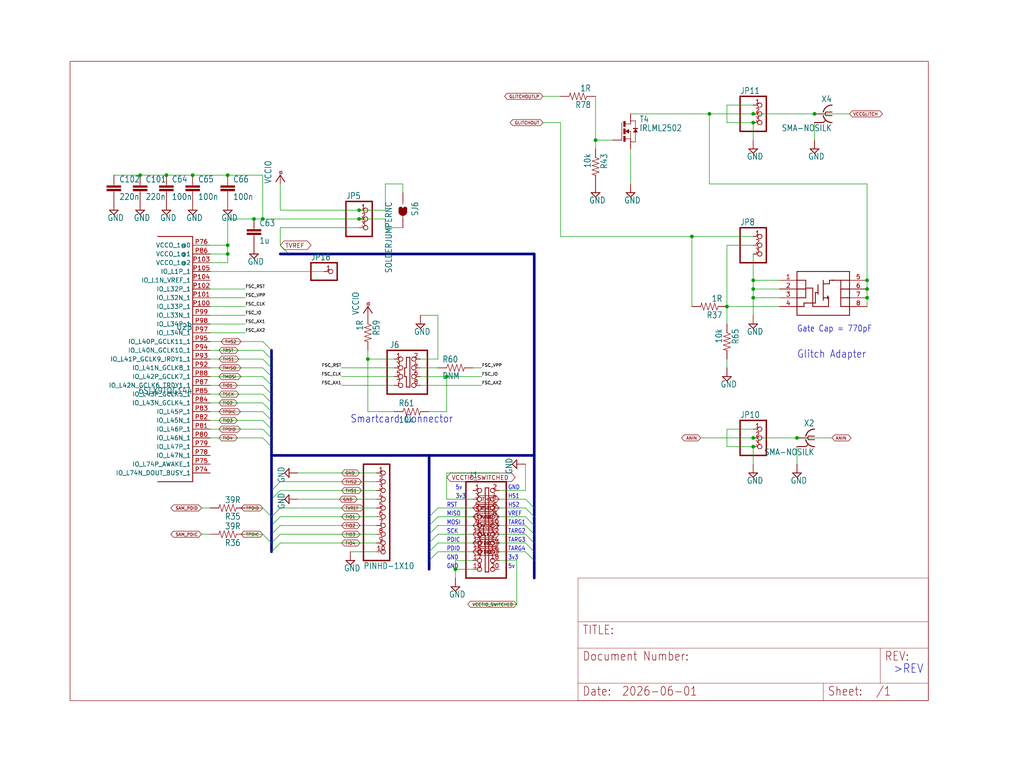
<source format=kicad_sch>
(kicad_sch (version 20230121) (generator eeschema)
  (paper "User" 297.002 223.571)
  (junction (at 66.04 71.12))
  (junction (at 218.44 86.36))
  (junction (at 66.04 73.66))
  (junction (at 76.2 63.5))
  (junction (at 55.88 50.8))
  (junction (at 218.44 83.82))
  (junction (at 40.64 50.8))
  (junction (at 172.72 40.64))
  (junction (at 129.54 109.22))
  (junction (at 73.66 63.5))
  (junction (at 218.44 129.54))
  (junction (at 218.44 127))
  (junction (at 205.74 33.02))
  (junction (at 104.14 60.96))
  (junction (at 231.14 127))
  (junction (at 236.22 33.02))
  (junction (at 210.82 88.9))
  (junction (at 200.66 68.58))
  (junction (at 251.46 83.82))
  (junction (at 106.68 104.14))
  (junction (at 48.26 50.8))
  (junction (at 104.14 63.5))
  (junction (at 218.44 35.56))
  (junction (at 251.46 81.28))
  (junction (at 251.46 86.36))
  (junction (at 218.44 81.28))
  (junction (at 66.04 50.8))
  (junction (at 218.44 33.02))
  (junction (at 132.08 165.1))
  (bus_entry (at 76.2 154.94) (size 2.54 2.54))
  (bus_entry (at 152.4 152.4) (size 2.54 2.54))
  (bus_entry (at 76.2 106.68) (size 2.54 2.54))
  (bus_entry (at 81.28 152.4) (size -2.54 2.54))
  (bus_entry (at 152.4 149.86) (size 2.54 2.54))
  (bus_entry (at 76.2 99.06) (size 2.54 2.54))
  (bus_entry (at 81.28 139.7) (size -2.54 2.54))
  (bus_entry (at 152.4 157.48) (size 2.54 2.54))
  (bus_entry (at 76.2 147.32) (size 2.54 2.54))
  (bus_entry (at 76.2 104.14) (size 2.54 2.54))
  (bus_entry (at 152.4 154.94) (size 2.54 2.54))
  (bus_entry (at 76.2 119.38) (size 2.54 2.54))
  (bus_entry (at 127 157.48) (size -2.54 2.54))
  (bus_entry (at 127 154.94) (size -2.54 2.54))
  (bus_entry (at 127 160.02) (size -2.54 2.54))
  (bus_entry (at 127 149.86) (size -2.54 2.54))
  (bus_entry (at 76.2 114.3) (size 2.54 2.54))
  (bus_entry (at 127 147.32) (size -2.54 2.54))
  (bus_entry (at 76.2 111.76) (size 2.54 2.54))
  (bus_entry (at 152.4 147.32) (size 2.54 2.54))
  (bus_entry (at 81.28 154.94) (size -2.54 2.54))
  (bus_entry (at 76.2 127) (size 2.54 2.54))
  (bus_entry (at 152.4 144.78) (size 2.54 2.54))
  (bus_entry (at 76.2 121.92) (size 2.54 2.54))
  (bus_entry (at 76.2 124.46) (size 2.54 2.54))
  (bus_entry (at 81.28 142.24) (size -2.54 2.54))
  (bus_entry (at 76.2 101.6) (size 2.54 2.54))
  (bus_entry (at 81.28 147.32) (size -2.54 2.54))
  (bus_entry (at 76.2 116.84) (size 2.54 2.54))
  (bus_entry (at 127 152.4) (size -2.54 2.54))
  (bus_entry (at 81.28 157.48) (size -2.54 2.54))
  (bus_entry (at 152.4 160.02) (size 2.54 2.54))
  (bus_entry (at 81.28 71.12) (size 2.54 2.54))
  (bus_entry (at 76.2 109.22) (size 2.54 2.54))
  (bus_entry (at 81.28 149.86) (size -2.54 2.54))
  (wire (pts (xy 60.96 71.12) (xy 66.04 71.12)) (stroke (width 0.1524)))
  (wire (pts (xy 104.14 63.5) (xy 111.76 63.5)) (stroke (width 0.1524)))
  (wire (pts (xy 109.22 142.24) (xy 81.28 142.24)) (stroke (width 0.1524)))
  (wire (pts (xy 137.16 152.4) (xy 127 152.4)) (stroke (width 0.1524)))
  (wire (pts (xy 231.14 134.62) (xy 231.14 129.54)) (stroke (width 0.1524)))
  (wire (pts (xy 66.04 73.66) (xy 60.96 73.66)) (stroke (width 0.1524)))
  (wire (pts (xy 236.22 33.02) (xy 218.44 33.02)) (stroke (width 0.1524)))
  (wire (pts (xy 60.96 83.82) (xy 71.12 83.82)) (stroke (width 0.1524)))
  (wire (pts (xy 205.74 33.02) (xy 205.74 53.34)) (stroke (width 0.1524)))
  (wire (pts (xy 129.54 119.38) (xy 124.46 119.38)) (stroke (width 0.1524)))
  (wire (pts (xy 149.86 175.26) (xy 137.16 175.26)) (stroke (width 0.1524)))
  (wire (pts (xy 129.54 137.16) (xy 144.78 137.16)) (stroke (width 0.1524)))
  (wire (pts (xy 114.3 106.68) (xy 99.06 106.68)) (stroke (width 0.1524)))
  (bus (pts (xy 124.46 160.02) (xy 124.46 162.56)) (stroke (width 0.762)))
  (bus (pts (xy 78.74 129.54) (xy 78.74 127)) (stroke (width 0.762)))
  (wire (pts (xy 137.16 147.32) (xy 127 147.32)) (stroke (width 0.1524)))
  (wire (pts (xy 109.22 139.7) (xy 81.28 139.7)) (stroke (width 0.1524)))
  (wire (pts (xy 109.22 152.4) (xy 81.28 152.4)) (stroke (width 0.1524)))
  (bus (pts (xy 154.94 162.56) (xy 154.94 160.02)) (stroke (width 0.762)))
  (wire (pts (xy 144.78 154.94) (xy 152.4 154.94)) (stroke (width 0.1524)))
  (wire (pts (xy 226.06 86.36) (xy 218.44 86.36)) (stroke (width 0.1524)))
  (wire (pts (xy 137.16 157.48) (xy 127 157.48)) (stroke (width 0.1524)))
  (wire (pts (xy 144.78 162.56) (xy 149.86 162.56)) (stroke (width 0.1524)))
  (bus (pts (xy 154.94 152.4) (xy 154.94 149.86)) (stroke (width 0.762)))
  (wire (pts (xy 218.44 30.48) (xy 210.82 30.48)) (stroke (width 0.1524)))
  (wire (pts (xy 231.14 127) (xy 241.3 127)) (stroke (width 0.1524)))
  (wire (pts (xy 218.44 73.66) (xy 218.44 81.28)) (stroke (width 0.1524)))
  (wire (pts (xy 104.14 60.96) (xy 81.28 60.96)) (stroke (width 0.1524)))
  (wire (pts (xy 60.96 93.98) (xy 71.12 93.98)) (stroke (width 0.1524)))
  (wire (pts (xy 66.04 63.5) (xy 66.04 71.12)) (stroke (width 0.1524)))
  (wire (pts (xy 127 104.14) (xy 127 91.44)) (stroke (width 0.1524)))
  (bus (pts (xy 78.74 144.78) (xy 78.74 142.24)) (stroke (width 0.762)))
  (wire (pts (xy 137.16 162.56) (xy 132.08 162.56)) (stroke (width 0.1524)))
  (bus (pts (xy 78.74 152.4) (xy 78.74 149.86)) (stroke (width 0.762)))
  (wire (pts (xy 218.44 129.54) (xy 210.82 129.54)) (stroke (width 0.1524)))
  (wire (pts (xy 251.46 81.28) (xy 251.46 83.82)) (stroke (width 0.1524)))
  (wire (pts (xy 144.78 152.4) (xy 152.4 152.4)) (stroke (width 0.1524)))
  (bus (pts (xy 154.94 160.02) (xy 154.94 157.48)) (stroke (width 0.762)))
  (wire (pts (xy 60.96 124.46) (xy 76.2 124.46)) (stroke (width 0.1524)))
  (bus (pts (xy 124.46 149.86) (xy 124.46 152.4)) (stroke (width 0.762)))
  (wire (pts (xy 121.92 111.76) (xy 139.7 111.76)) (stroke (width 0.1524)))
  (wire (pts (xy 137.16 144.78) (xy 129.54 144.78)) (stroke (width 0.1524)))
  (bus (pts (xy 78.74 127) (xy 78.74 124.46)) (stroke (width 0.762)))
  (wire (pts (xy 111.76 60.96) (xy 111.76 53.34)) (stroke (width 0.1524)))
  (wire (pts (xy 60.96 78.74) (xy 93.98 78.74)) (stroke (width 0.1524)))
  (bus (pts (xy 154.94 167.64) (xy 154.94 162.56)) (stroke (width 0.762)))
  (wire (pts (xy 121.92 109.22) (xy 129.54 109.22)) (stroke (width 0.1524)))
  (wire (pts (xy 66.04 50.8) (xy 76.2 50.8)) (stroke (width 0.1524)))
  (bus (pts (xy 154.94 149.86) (xy 154.94 147.32)) (stroke (width 0.762)))
  (wire (pts (xy 210.82 35.56) (xy 210.82 30.48)) (stroke (width 0.1524)))
  (wire (pts (xy 109.22 137.16) (xy 86.36 137.16)) (stroke (width 0.1524)))
  (wire (pts (xy 60.96 109.22) (xy 76.2 109.22)) (stroke (width 0.1524)))
  (wire (pts (xy 149.86 162.56) (xy 149.86 175.26)) (stroke (width 0.1524)))
  (wire (pts (xy 71.12 147.32) (xy 76.2 147.32)) (stroke (width 0.1524)))
  (wire (pts (xy 231.14 127) (xy 218.44 127)) (stroke (width 0.1524)))
  (wire (pts (xy 218.44 86.36) (xy 218.44 91.44)) (stroke (width 0.1524)))
  (wire (pts (xy 218.44 83.82) (xy 218.44 86.36)) (stroke (width 0.1524)))
  (wire (pts (xy 109.22 144.78) (xy 86.36 144.78)) (stroke (width 0.1524)))
  (wire (pts (xy 137.16 106.68) (xy 139.7 106.68)) (stroke (width 0.1524)))
  (bus (pts (xy 78.74 142.24) (xy 78.74 132.08)) (stroke (width 0.762)))
  (wire (pts (xy 109.22 147.32) (xy 81.28 147.32)) (stroke (width 0.1524)))
  (wire (pts (xy 205.74 53.34) (xy 251.46 53.34)) (stroke (width 0.1524)))
  (bus (pts (xy 78.74 160.02) (xy 78.74 157.48)) (stroke (width 0.762)))
  (wire (pts (xy 162.56 27.94) (xy 157.48 27.94)) (stroke (width 0.1524)))
  (bus (pts (xy 83.82 73.66) (xy 154.94 73.66)) (stroke (width 0.762)))
  (wire (pts (xy 172.72 27.94) (xy 172.72 40.64)) (stroke (width 0.1524)))
  (bus (pts (xy 154.94 154.94) (xy 154.94 152.4)) (stroke (width 0.762)))
  (wire (pts (xy 81.28 60.96) (xy 81.28 53.34)) (stroke (width 0.1524)))
  (wire (pts (xy 177.8 40.64) (xy 172.72 40.64)) (stroke (width 0.1524)))
  (wire (pts (xy 66.04 71.12) (xy 66.04 73.66)) (stroke (width 0.1524)))
  (wire (pts (xy 129.54 109.22) (xy 139.7 109.22)) (stroke (width 0.1524)))
  (bus (pts (xy 124.46 132.08) (xy 78.74 132.08)) (stroke (width 0.762)))
  (wire (pts (xy 144.78 157.48) (xy 152.4 157.48)) (stroke (width 0.1524)))
  (wire (pts (xy 48.26 50.8) (xy 55.88 50.8)) (stroke (width 0.1524)))
  (wire (pts (xy 60.96 119.38) (xy 76.2 119.38)) (stroke (width 0.1524)))
  (bus (pts (xy 154.94 157.48) (xy 154.94 154.94)) (stroke (width 0.762)))
  (wire (pts (xy 182.88 43.18) (xy 182.88 53.34)) (stroke (width 0.1524)))
  (wire (pts (xy 60.96 121.92) (xy 76.2 121.92)) (stroke (width 0.1524)))
  (wire (pts (xy 60.96 96.52) (xy 71.12 96.52)) (stroke (width 0.1524)))
  (bus (pts (xy 124.46 132.08) (xy 124.46 149.86)) (stroke (width 0.762)))
  (wire (pts (xy 111.76 53.34) (xy 116.84 53.34)) (stroke (width 0.1524)))
  (wire (pts (xy 226.06 88.9) (xy 210.82 88.9)) (stroke (width 0.1524)))
  (wire (pts (xy 60.96 101.6) (xy 76.2 101.6)) (stroke (width 0.1524)))
  (bus (pts (xy 78.74 106.68) (xy 78.74 104.14)) (stroke (width 0.762)))
  (wire (pts (xy 66.04 76.2) (xy 66.04 73.66)) (stroke (width 0.1524)))
  (wire (pts (xy 144.78 160.02) (xy 152.4 160.02)) (stroke (width 0.1524)))
  (wire (pts (xy 137.16 149.86) (xy 127 149.86)) (stroke (width 0.1524)))
  (wire (pts (xy 104.14 63.5) (xy 76.2 63.5)) (stroke (width 0.1524)))
  (bus (pts (xy 78.74 111.76) (xy 78.74 109.22)) (stroke (width 0.762)))
  (wire (pts (xy 129.54 144.78) (xy 129.54 137.16)) (stroke (width 0.1524)))
  (bus (pts (xy 78.74 104.14) (xy 78.74 101.6)) (stroke (width 0.762)))
  (wire (pts (xy 251.46 53.34) (xy 251.46 81.28)) (stroke (width 0.1524)))
  (wire (pts (xy 251.46 86.36) (xy 251.46 83.82)) (stroke (width 0.1524)))
  (wire (pts (xy 114.3 109.22) (xy 99.06 109.22)) (stroke (width 0.1524)))
  (wire (pts (xy 129.54 109.22) (xy 129.54 119.38)) (stroke (width 0.1524)))
  (wire (pts (xy 60.96 76.2) (xy 66.04 76.2)) (stroke (width 0.1524)))
  (wire (pts (xy 60.96 99.06) (xy 76.2 99.06)) (stroke (width 0.1524)))
  (wire (pts (xy 132.08 165.1) (xy 132.08 167.64)) (stroke (width 0.1524)))
  (bus (pts (xy 78.74 114.3) (xy 78.74 111.76)) (stroke (width 0.762)))
  (wire (pts (xy 200.66 68.58) (xy 162.56 68.58)) (stroke (width 0.1524)))
  (wire (pts (xy 200.66 88.9) (xy 200.66 68.58)) (stroke (width 0.1524)))
  (wire (pts (xy 55.88 50.8) (xy 66.04 50.8)) (stroke (width 0.1524)))
  (wire (pts (xy 109.22 160.02) (xy 101.6 160.02)) (stroke (width 0.1524)))
  (wire (pts (xy 114.3 119.38) (xy 106.68 119.38)) (stroke (width 0.1524)))
  (bus (pts (xy 78.74 116.84) (xy 78.74 114.3)) (stroke (width 0.762)))
  (wire (pts (xy 73.66 63.5) (xy 66.04 63.5)) (stroke (width 0.1524)))
  (wire (pts (xy 109.22 154.94) (xy 81.28 154.94)) (stroke (width 0.1524)))
  (wire (pts (xy 132.08 162.56) (xy 132.08 165.1)) (stroke (width 0.1524)))
  (wire (pts (xy 114.3 111.76) (xy 99.06 111.76)) (stroke (width 0.1524)))
  (bus (pts (xy 154.94 132.08) (xy 154.94 73.66)) (stroke (width 0.762)))
  (wire (pts (xy 60.96 106.68) (xy 76.2 106.68)) (stroke (width 0.1524)))
  (wire (pts (xy 144.78 147.32) (xy 152.4 147.32)) (stroke (width 0.1524)))
  (wire (pts (xy 218.44 40.64) (xy 218.44 35.56)) (stroke (width 0.1524)))
  (wire (pts (xy 218.44 33.02) (xy 205.74 33.02)) (stroke (width 0.1524)))
  (wire (pts (xy 60.96 91.44) (xy 71.12 91.44)) (stroke (width 0.1524)))
  (wire (pts (xy 218.44 129.54) (xy 218.44 134.62)) (stroke (width 0.1524)))
  (wire (pts (xy 152.4 142.24) (xy 152.4 134.62)) (stroke (width 0.1524)))
  (wire (pts (xy 60.96 86.36) (xy 71.12 86.36)) (stroke (width 0.1524)))
  (wire (pts (xy 111.76 66.04) (xy 116.84 66.04)) (stroke (width 0.1524)))
  (bus (pts (xy 154.94 132.08) (xy 124.46 132.08)) (stroke (width 0.762)))
  (wire (pts (xy 218.44 71.12) (xy 210.82 71.12)) (stroke (width 0.1524)))
  (wire (pts (xy 205.74 33.02) (xy 182.88 33.02)) (stroke (width 0.1524)))
  (wire (pts (xy 137.16 154.94) (xy 127 154.94)) (stroke (width 0.1524)))
  (wire (pts (xy 40.64 50.8) (xy 33.02 50.8)) (stroke (width 0.1524)))
  (wire (pts (xy 236.22 33.02) (xy 246.38 33.02)) (stroke (width 0.1524)))
  (wire (pts (xy 127 91.44) (xy 121.92 91.44)) (stroke (width 0.1524)))
  (wire (pts (xy 48.26 50.8) (xy 40.64 50.8)) (stroke (width 0.1524)))
  (bus (pts (xy 124.46 157.48) (xy 124.46 160.02)) (stroke (width 0.762)))
  (bus (pts (xy 124.46 154.94) (xy 124.46 157.48)) (stroke (width 0.762)))
  (bus (pts (xy 78.74 154.94) (xy 78.74 152.4)) (stroke (width 0.762)))
  (wire (pts (xy 172.72 40.64) (xy 172.72 43.18)) (stroke (width 0.1524)))
  (wire (pts (xy 109.22 149.86) (xy 81.28 149.86)) (stroke (width 0.1524)))
  (wire (pts (xy 137.16 160.02) (xy 127 160.02)) (stroke (width 0.1524)))
  (bus (pts (xy 124.46 152.4) (xy 124.46 154.94)) (stroke (width 0.762)))
  (bus (pts (xy 78.74 157.48) (xy 78.74 154.94)) (stroke (width 0.762)))
  (wire (pts (xy 144.78 142.24) (xy 152.4 142.24)) (stroke (width 0.1524)))
  (wire (pts (xy 116.84 55.88) (xy 116.84 53.34)) (stroke (width 0.1524)))
  (wire (pts (xy 60.96 104.14) (xy 76.2 104.14)) (stroke (width 0.1524)))
  (wire (pts (xy 76.2 50.8) (xy 76.2 63.5)) (stroke (width 0.1524)))
  (wire (pts (xy 60.96 147.32) (xy 58.42 147.32)) (stroke (width 0.1524)))
  (wire (pts (xy 226.06 83.82) (xy 218.44 83.82)) (stroke (width 0.1524)))
  (wire (pts (xy 60.96 154.94) (xy 58.42 154.94)) (stroke (width 0.1524)))
  (wire (pts (xy 60.96 127) (xy 76.2 127)) (stroke (width 0.1524)))
  (bus (pts (xy 78.74 121.92) (xy 78.74 119.38)) (stroke (width 0.762)))
  (wire (pts (xy 218.44 35.56) (xy 210.82 35.56)) (stroke (width 0.1524)))
  (wire (pts (xy 60.96 88.9) (xy 71.12 88.9)) (stroke (width 0.1524)))
  (wire (pts (xy 106.68 104.14) (xy 106.68 101.6)) (stroke (width 0.1524)))
  (wire (pts (xy 162.56 35.56) (xy 157.48 35.56)) (stroke (width 0.1524)))
  (bus (pts (xy 81.28 73.66) (xy 83.82 73.66)) (stroke (width 0.762)))
  (wire (pts (xy 104.14 60.96) (xy 111.76 60.96)) (stroke (width 0.1524)))
  (wire (pts (xy 236.22 35.56) (xy 236.22 40.64)) (stroke (width 0.1524)))
  (bus (pts (xy 78.74 149.86) (xy 78.74 144.78)) (stroke (width 0.762)))
  (wire (pts (xy 60.96 116.84) (xy 76.2 116.84)) (stroke (width 0.1524)))
  (wire (pts (xy 71.12 154.94) (xy 76.2 154.94)) (stroke (width 0.1524)))
  (wire (pts (xy 121.92 104.14) (xy 127 104.14)) (stroke (width 0.1524)))
  (wire (pts (xy 111.76 63.5) (xy 111.76 66.04)) (stroke (width 0.1524)))
  (bus (pts (xy 154.94 147.32) (xy 154.94 132.08)) (stroke (width 0.762)))
  (bus (pts (xy 78.74 109.22) (xy 78.74 106.68)) (stroke (width 0.762)))
  (bus (pts (xy 78.74 119.38) (xy 78.74 116.84)) (stroke (width 0.762)))
  (bus (pts (xy 78.74 132.08) (xy 78.74 129.54)) (stroke (width 0.762)))
  (wire (pts (xy 60.96 114.3) (xy 76.2 114.3)) (stroke (width 0.1524)))
  (wire (pts (xy 114.3 104.14) (xy 106.68 104.14)) (stroke (width 0.1524)))
  (wire (pts (xy 218.44 68.58) (xy 200.66 68.58)) (stroke (width 0.1524)))
  (wire (pts (xy 162.56 68.58) (xy 162.56 35.56)) (stroke (width 0.1524)))
  (wire (pts (xy 81.28 66.04) (xy 81.28 71.12)) (stroke (width 0.1524)))
  (wire (pts (xy 60.96 111.76) (xy 76.2 111.76)) (stroke (width 0.1524)))
  (wire (pts (xy 251.46 88.9) (xy 251.46 86.36)) (stroke (width 0.1524)))
  (wire (pts (xy 210.82 104.14) (xy 210.82 106.68)) (stroke (width 0.1524)))
  (wire (pts (xy 144.78 144.78) (xy 152.4 144.78)) (stroke (width 0.1524)))
  (wire (pts (xy 106.68 119.38) (xy 106.68 104.14)) (stroke (width 0.1524)))
  (wire (pts (xy 76.2 63.5) (xy 73.66 63.5)) (stroke (width 0.1524)))
  (wire (pts (xy 218.44 81.28) (xy 218.44 83.82)) (stroke (width 0.1524)))
  (wire (pts (xy 109.22 157.48) (xy 81.28 157.48)) (stroke (width 0.1524)))
  (wire (pts (xy 137.16 165.1) (xy 132.08 165.1)) (stroke (width 0.1524)))
  (wire (pts (xy 104.14 66.04) (xy 81.28 66.04)) (stroke (width 0.1524)))
  (bus (pts (xy 124.46 162.56) (xy 124.46 165.1)) (stroke (width 0.762)))
  (wire (pts (xy 144.78 149.86) (xy 152.4 149.86)) (stroke (width 0.1524)))
  (wire (pts (xy 210.82 124.46) (xy 218.44 124.46)) (stroke (width 0.1524)))
  (wire (pts (xy 210.82 129.54) (xy 210.82 124.46)) (stroke (width 0.1524)))
  (wire (pts (xy 121.92 106.68) (xy 127 106.68)) (stroke (width 0.1524)))
  (wire (pts (xy 210.82 71.12) (xy 210.82 88.9)) (stroke (width 0.1524)))
  (wire (pts (xy 210.82 88.9) (xy 210.82 93.98)) (stroke (width 0.1524)))
  (wire (pts (xy 226.06 81.28) (xy 218.44 81.28)) (stroke (width 0.1524)))
  (wire (pts (xy 218.44 127) (xy 203.2 127)) (stroke (width 0.1524)))
  (bus (pts (xy 78.74 124.46) (xy 78.74 121.92)) (stroke (width 0.762)))
  (text "3v3" (at 147.32 162.56 0) (effects (font (size 1.27 1.0795)) (justify left bottom)))
  (text "Glitch Adapter" (at 231.14 104.14 0) (effects (font (size 2.1844 1.8567)) (justify left bottom)))
  (text "VREF" (at 147.32 149.86 0) (effects (font (size 1.27 1.0795)) (justify left bottom)))
  (text "5v" (at 132.08 142.24 0) (effects (font (size 1.27 1.0795)) (justify left bottom)))
  (text "PDID" (at 129.54 160.02 0) (effects (font (size 1.27 1.0795)) (justify left bottom)))
  (text "RST" (at 129.54 147.32 0) (effects (font (size 1.27 1.0795)) (justify left bottom)))
  (text "5v" (at 147.32 165.1 0) (effects (font (size 1.27 1.0795)) (justify left bottom)))
  (text ">REV" (at 259.08 195.58 0) (effects (font (size 2.54 2.159)) (justify left bottom)))
  (text "SCK" (at 129.54 154.94 0) (effects (font (size 1.27 1.0795)) (justify left bottom)))
  (text "HS1" (at 147.32 144.78 0) (effects (font (size 1.27 1.0795)) (justify left bottom)))
  (text "Smartcard Connector" (at 101.6 122.936 0) (effects (font (size 2.1844 1.8567)) (justify left bottom)))
  (text "TARG1" (at 147.32 152.4 0) (effects (font (size 1.27 1.0795)) (justify left bottom)))
  (text "MOSI" (at 129.54 152.4 0) (effects (font (size 1.27 1.0795)) (justify left bottom)))
  (text "3v3" (at 132.08 144.78 0) (effects (font (size 1.27 1.0795)) (justify left bottom)))
  (text "Gate Cap = 770pF" (at 231.14 96.52 0) (effects (font (size 1.778 1.5113)) (justify left bottom)))
  (text "GND" (at 147.32 142.24 0) (effects (font (size 1.27 1.0795)) (justify left bottom)))
  (text "TARG2" (at 147.32 154.94 0) (effects (font (size 1.27 1.0795)) (justify left bottom)))
  (text "GND" (at 129.54 162.56 0) (effects (font (size 1.27 1.0795)) (justify left bottom)))
  (text "TARG3" (at 147.32 157.48 0) (effects (font (size 1.27 1.0795)) (justify left bottom)))
  (text "MISO" (at 129.54 149.86 0) (effects (font (size 1.27 1.0795)) (justify left bottom)))
  (text "HS2" (at 147.32 147.32 0) (effects (font (size 1.27 1.0795)) (justify left bottom)))
  (text "PDIC" (at 129.54 157.48 0) (effects (font (size 1.27 1.0795)) (justify left bottom)))
  (text "TARG4" (at 147.32 160.02 0) (effects (font (size 1.27 1.0795)) (justify left bottom)))
  (text "GND" (at 129.54 165.1 0) (effects (font (size 1.27 1.0795)) (justify left bottom)))
  (label "FSC_AX1" (at 71.12 93.98 0) (effects (font (size 0.889 0.889))))
  (label "FSC_AX2" (at 139.7 111.76 0) (effects (font (size 0.889 0.889))))
  (label "FSC_IO" (at 139.7 109.22 0) (effects (font (size 0.889 0.889))))
  (label "FSC_VPP" (at 71.12 86.36 0) (effects (font (size 0.889 0.889))))
  (label "FSC_CLK" (at 71.12 88.9 0) (effects (font (size 0.889 0.889))))
  (label "FSC_IO" (at 71.12 91.44 0) (effects (font (size 0.889 0.889))))
  (label "FSC_AX2" (at 71.12 96.52 0) (effects (font (size 0.889 0.889))))
  (label "FSC_RST" (at 71.12 83.82 0) (effects (font (size 0.889 0.889))))
  (label "FSC_CLK" (at 99.06 109.22 180) (effects (font (size 0.889 0.889))))
  (label "FSC_VPP" (at 139.7 106.68 0) (effects (font (size 0.889 0.889))))
  (label "FSC_AX1" (at 99.06 111.76 180) (effects (font (size 0.889 0.889))))
  (label "FSC_RST" (at 99.06 106.68 180) (effects (font (size 0.889 0.889))))
  (global_label "TVREF" (shape bidirectional) (at 81.28 71.12 0) (effects (font (size 1.2446 1.2446))) (property "Intersheetrefs" "${INTERSHEET_REFS}" (effects hide)))
  (global_label "TRST" (shape bidirectional) (at 63.5 101.6 0) (effects (font (size 0.889 0.889))) (property "Intersheetrefs" "${INTERSHEET_REFS}" (effects hide)))
  (global_label "THS1" (shape bidirectional) (at 144.78 144.78 180) (effects (font (size 1.016 1.016))) (property "Intersheetrefs" "${INTERSHEET_REFS}" (effects hide)))
  (global_label "SAM_PDIC" (shape bidirectional) (at 58.42 154.94 180) (effects (font (size 0.889 0.889))) (property "Intersheetrefs" "${INTERSHEET_REFS}" (effects hide)))
  (global_label "TMOSI" (shape bidirectional) (at 137.16 152.4 0) (effects (font (size 1.016 1.016))) (property "Intersheetrefs" "${INTERSHEET_REFS}" (effects hide)))
  (global_label "TIO1" (shape bidirectional) (at 63.5 111.76 0) (effects (font (size 0.889 0.889))) (property "Intersheetrefs" "${INTERSHEET_REFS}" (effects hide)))
  (global_label "TPDIC" (shape bidirectional) (at 76.2 154.94 180) (effects (font (size 0.889 0.889))) (property "Intersheetrefs" "${INTERSHEET_REFS}" (effects hide)))
  (global_label "TPDID" (shape bidirectional) (at 63.5 124.46 0) (effects (font (size 0.889 0.889))) (property "Intersheetrefs" "${INTERSHEET_REFS}" (effects hide)))
  (global_label "TIO2" (shape bidirectional) (at 99.06 152.4 0) (effects (font (size 0.889 0.889))) (property "Intersheetrefs" "${INTERSHEET_REFS}" (effects hide)))
  (global_label "TIO3" (shape bidirectional) (at 99.06 154.94 0) (effects (font (size 0.889 0.889))) (property "Intersheetrefs" "${INTERSHEET_REFS}" (effects hide)))
  (global_label "THS1" (shape bidirectional) (at 99.06 142.24 0) (effects (font (size 0.889 0.889))) (property "Intersheetrefs" "${INTERSHEET_REFS}" (effects hide)))
  (global_label "TIO4" (shape bidirectional) (at 63.5 127 0) (effects (font (size 0.889 0.889))) (property "Intersheetrefs" "${INTERSHEET_REFS}" (effects hide)))
  (global_label "TIO4" (shape bidirectional) (at 144.78 160.02 180) (effects (font (size 1.016 1.016))) (property "Intersheetrefs" "${INTERSHEET_REFS}" (effects hide)))
  (global_label "TIO2" (shape bidirectional) (at 144.78 154.94 180) (effects (font (size 1.016 1.016))) (property "Intersheetrefs" "${INTERSHEET_REFS}" (effects hide)))
  (global_label "TPDID" (shape bidirectional) (at 76.2 147.32 180) (effects (font (size 0.889 0.889))) (property "Intersheetrefs" "${INTERSHEET_REFS}" (effects hide)))
  (global_label "TSCK" (shape bidirectional) (at 137.16 154.94 0) (effects (font (size 1.016 1.016))) (property "Intersheetrefs" "${INTERSHEET_REFS}" (effects hide)))
  (global_label "GLITCHOUT" (shape bidirectional) (at 157.48 35.56 180) (effects (font (size 0.889 0.889))) (property "Intersheetrefs" "${INTERSHEET_REFS}" (effects hide)))
  (global_label "ANIN" (shape bidirectional) (at 241.3 127 0) (effects (font (size 0.889 0.889))) (property "Intersheetrefs" "${INTERSHEET_REFS}" (effects hide)))
  (global_label "TPDIC" (shape bidirectional) (at 137.16 157.48 0) (effects (font (size 1.016 1.016))) (property "Intersheetrefs" "${INTERSHEET_REFS}" (effects hide)))
  (global_label "VCCTIO_SWITCHED" (shape bidirectional) (at 149.86 175.26 180) (effects (font (size 0.889 0.889))) (property "Intersheetrefs" "${INTERSHEET_REFS}" (effects hide)))
  (global_label "TSCK" (shape bidirectional) (at 63.5 114.3 0) (effects (font (size 0.889 0.889))) (property "Intersheetrefs" "${INTERSHEET_REFS}" (effects hide)))
  (global_label "VCCGLITCH" (shape bidirectional) (at 246.38 33.02 0) (effects (font (size 0.889 0.889))) (property "Intersheetrefs" "${INTERSHEET_REFS}" (effects hide)))
  (global_label "THS2" (shape bidirectional) (at 99.06 139.7 0) (effects (font (size 0.889 0.889))) (property "Intersheetrefs" "${INTERSHEET_REFS}" (effects hide)))
  (global_label "SAM_PDID" (shape bidirectional) (at 58.42 147.32 180) (effects (font (size 0.889 0.889))) (property "Intersheetrefs" "${INTERSHEET_REFS}" (effects hide)))
  (global_label "TPDID" (shape bidirectional) (at 137.16 160.02 0) (effects (font (size 1.016 1.016))) (property "Intersheetrefs" "${INTERSHEET_REFS}" (effects hide)))
  (global_label "TIO2" (shape bidirectional) (at 63.5 116.84 0) (effects (font (size 0.889 0.889))) (property "Intersheetrefs" "${INTERSHEET_REFS}" (effects hide)))
  (global_label "VCCTIO_SWITCHED" (shape bidirectional) (at 129.54 138.43 0) (effects (font (size 1.2446 1.2446))) (property "Intersheetrefs" "${INTERSHEET_REFS}" (effects hide)))
  (global_label "THS1" (shape bidirectional) (at 63.5 104.14 0) (effects (font (size 0.889 0.889))) (property "Intersheetrefs" "${INTERSHEET_REFS}" (effects hide)))
  (global_label "GLITCHOUTLP" (shape bidirectional) (at 157.48 27.94 180) (effects (font (size 0.889 0.889))) (property "Intersheetrefs" "${INTERSHEET_REFS}" (effects hide)))
  (global_label "TRST" (shape bidirectional) (at 137.16 147.32 0) (effects (font (size 1.016 1.016))) (property "Intersheetrefs" "${INTERSHEET_REFS}" (effects hide)))
  (global_label "TIO1" (shape bidirectional) (at 99.06 149.86 0) (effects (font (size 0.889 0.889))) (property "Intersheetrefs" "${INTERSHEET_REFS}" (effects hide)))
  (global_label "TPDIC" (shape bidirectional) (at 63.5 119.38 0) (effects (font (size 0.889 0.889))) (property "Intersheetrefs" "${INTERSHEET_REFS}" (effects hide)))
  (global_label "TIO1" (shape bidirectional) (at 144.78 152.4 180) (effects (font (size 1.016 1.016))) (property "Intersheetrefs" "${INTERSHEET_REFS}" (effects hide)))
  (global_label "TIO4" (shape bidirectional) (at 99.06 157.48 0) (effects (font (size 0.889 0.889))) (property "Intersheetrefs" "${INTERSHEET_REFS}" (effects hide)))
  (global_label "GND" (shape bidirectional) (at 98.425 144.78 0) (effects (font (size 0.889 0.889))) (property "Intersheetrefs" "${INTERSHEET_REFS}" (effects hide)))
  (global_label "THS2" (shape bidirectional) (at 144.78 147.32 180) (effects (font (size 1.016 1.016))) (property "Intersheetrefs" "${INTERSHEET_REFS}" (effects hide)))
  (global_label "TVREF" (shape bidirectional) (at 99.06 147.32 0) (effects (font (size 0.889 0.889))) (property "Intersheetrefs" "${INTERSHEET_REFS}" (effects hide)))
  (global_label "TMISO" (shape bidirectional) (at 137.16 149.86 0) (effects (font (size 1.016 1.016))) (property "Intersheetrefs" "${INTERSHEET_REFS}" (effects hide)))
  (global_label "TIO3" (shape bidirectional) (at 144.78 157.48 180) (effects (font (size 1.016 1.016))) (property "Intersheetrefs" "${INTERSHEET_REFS}" (effects hide)))
  (global_label "TIO3" (shape bidirectional) (at 63.5 121.92 0) (effects (font (size 0.889 0.889))) (property "Intersheetrefs" "${INTERSHEET_REFS}" (effects hide)))
  (global_label "GND" (shape bidirectional) (at 99.06 137.16 0) (effects (font (size 0.889 0.889))) (property "Intersheetrefs" "${INTERSHEET_REFS}" (effects hide)))
  (global_label "ANIN" (shape bidirectional) (at 203.2 127 180) (effects (font (size 0.889 0.889))) (property "Intersheetrefs" "${INTERSHEET_REFS}" (effects hide)))
  (global_label "TMOSI" (shape bidirectional) (at 63.5 109.22 0) (effects (font (size 0.889 0.889))) (property "Intersheetrefs" "${INTERSHEET_REFS}" (effects hide)))
  (global_label "TVREF" (shape bidirectional) (at 144.78 149.86 180) (effects (font (size 1.016 1.016))) (property "Intersheetrefs" "${INTERSHEET_REFS}" (effects hide)))
  (global_label "TMISO" (shape bidirectional) (at 63.5 106.68 0) (effects (font (size 0.889 0.889))) (property "Intersheetrefs" "${INTERSHEET_REFS}" (effects hide)))
  (global_label "THS2" (shape bidirectional) (at 64.135 99.06 0) (effects (font (size 0.889 0.889))) (property "Intersheetrefs" "${INTERSHEET_REFS}" (effects hide)))
  (symbol (lib_id "cw-lite-main-eagle-import:custom-std_RES0603-RES") (at 66.04 154.94 180) (unit 1)
    (property "Reference" "R36" (at 69.85 156.4386 0) (effects (font (size 1.778 1.5113)) (justify left bottom)))
    (property "Value" "39R" (at 69.85 151.638 0) (effects (font (size 1.778 1.5113)) (justify left bottom)))
    (property "Footprint" "cw-lite-main:0603R" (effects hide))
  )
  (symbol (lib_id "cw-lite-main-eagle-import:custom-std_CAP0402-CAP") (at 55.88 55.88 0) (unit 1)
    (property "Reference" "C65" (at 57.404 52.959 0) (effects (font (size 1.778 1.5113)) (justify left bottom)))
    (property "Value" "100n" (at 57.404 58.039 0) (effects (font (size 1.778 1.5113)) (justify left bottom)))
    (property "Footprint" "cw-lite-main:0402C" (effects hide))
  )
  (symbol (lib_id "cw-lite-main-eagle-import:GND") (at 218.44 43.18 0) (unit 1)
    (property "Reference" "#SUPPLY135" (effects hide))
    (property "Value" "GND" (at 216.535 46.355 0) (effects (font (size 1.778 1.5113)) (justify left bottom)))
  )
  (symbol (lib_id "cw-lite-main-eagle-import:SOLDERJUMPERNC") (at 116.84 60.96 270) (unit 1)
    (property "Reference" "SJ6" (at 119.38 58.42 0) (effects (font (size 1.778 1.5113)) (justify left bottom)))
    (property "Value" "SOLDERJUMPERNC" (at 111.76 58.42 0) (effects (font (size 1.778 1.5113)) (justify left bottom)))
    (property "Footprint" "cw-lite-main:SJ_2S" (effects hide))
  )
  (symbol (lib_id "cw-lite-main-eagle-import:custom-std_RES0603-RES") (at 210.82 99.06 270) (unit 1)
    (property "Reference" "R65" (at 212.3186 95.25 0) (effects (font (size 1.778 1.5113)) (justify left bottom)))
    (property "Value" "10k" (at 207.518 95.25 0) (effects (font (size 1.778 1.5113)) (justify left bottom)))
    (property "Footprint" "cw-lite-main:0603R" (effects hide))
  )
  (symbol (lib_id "cw-lite-main-eagle-import:GND") (at 83.82 144.78 270) (unit 1)
    (property "Reference" "#SUPPLY58" (effects hide))
    (property "Value" "GND" (at 80.645 142.875 0) (effects (font (size 1.778 1.5113)) (justify left bottom)))
  )
  (symbol (lib_id "cw-lite-main-eagle-import:GND") (at 66.04 60.96 0) (unit 1)
    (property "Reference" "#SUPPLY61" (effects hide))
    (property "Value" "GND" (at 64.135 64.135 0) (effects (font (size 1.778 1.5113)) (justify left bottom)))
  )
  (symbol (lib_id "cw-lite-main-eagle-import:GND") (at 132.08 170.18 0) (unit 1)
    (property "Reference" "#SUPPLY52" (effects hide))
    (property "Value" "GND" (at 130.175 173.355 0) (effects (font (size 1.778 1.5113)) (justify left bottom)))
  )
  (symbol (lib_id "cw-lite-main-eagle-import:adafruit_PINHD-1X3") (at 220.98 127 0) (unit 1)
    (property "Reference" "JP10" (at 214.63 121.285 0) (effects (font (size 1.778 1.5113)) (justify left bottom)))
    (property "Value" "PINHD-1X3" (effects hide))
    (property "Footprint" "cw-lite-main:1X03" (effects hide))
  )
  (symbol (lib_id "cw-lite-main-eagle-import:GND") (at 101.6 162.56 0) (unit 1)
    (property "Reference" "#SUPPLY57" (effects hide))
    (property "Value" "GND" (at 99.695 165.735 0) (effects (font (size 1.778 1.5113)) (justify left bottom)))
  )
  (symbol (lib_id "cw-lite-main-eagle-import:custom-std_RES0603-RES") (at 167.64 27.94 180) (unit 1)
    (property "Reference" "R78" (at 171.45 29.4386 0) (effects (font (size 1.778 1.5113)) (justify left bottom)))
    (property "Value" "1R" (at 171.45 24.638 0) (effects (font (size 1.778 1.5113)) (justify left bottom)))
    (property "Footprint" "cw-lite-main:0603R" (effects hide))
  )
  (symbol (lib_id "cw-lite-main-eagle-import:SMA-NOSILK") (at 238.76 33.02 0) (mirror y) (unit 1)
    (property "Reference" "X4" (at 241.3 29.718 0) (effects (font (size 1.778 1.5113)) (justify left bottom)))
    (property "Value" "SMA-NOSILK" (at 241.3 38.1 0) (effects (font (size 1.778 1.5113)) (justify left bottom)))
    (property "Footprint" "cw-lite-main:J502-ND-142-0711-821_826-NOSILK" (effects hide))
  )
  (symbol (lib_id "cw-lite-main-eagle-import:GND") (at 55.88 60.96 0) (unit 1)
    (property "Reference" "#SUPPLY62" (effects hide))
    (property "Value" "GND" (at 53.975 64.135 0) (effects (font (size 1.778 1.5113)) (justify left bottom)))
  )
  (symbol (lib_id "cw-lite-main-eagle-import:custom-std_RES0603-RES") (at 119.38 119.38 0) (unit 1)
    (property "Reference" "R61" (at 115.57 117.8814 0) (effects (font (size 1.778 1.5113)) (justify left bottom)))
    (property "Value" "10k" (at 115.57 122.682 0) (effects (font (size 1.778 1.5113)) (justify left bottom)))
    (property "Footprint" "cw-lite-main:0603R" (effects hide))
  )
  (symbol (lib_id "cw-lite-main-eagle-import:PINHD-1X3") (at 106.68 63.5 0) (unit 1)
    (property "Reference" "JP5" (at 100.33 57.785 0) (effects (font (size 1.778 1.5113)) (justify left bottom)))
    (property "Value" "PINHD-1X3" (effects hide))
    (property "Footprint" "cw-lite-main:1X03" (effects hide))
  )
  (symbol (lib_id "cw-lite-main-eagle-import:custom-std_CAP0603-CAP") (at 73.66 68.58 0) (unit 1)
    (property "Reference" "C63" (at 75.184 65.659 0) (effects (font (size 1.778 1.5113)) (justify left bottom)))
    (property "Value" "1u" (at 75.184 70.739 0) (effects (font (size 1.778 1.5113)) (justify left bottom)))
    (property "Footprint" "cw-lite-main:0603C" (effects hide))
    (property "OC_DIGIKEY" "490-1550-1-ND" (effects hide))
  )
  (symbol (lib_id "cw-lite-main-eagle-import:GND") (at 121.92 93.98 0) (unit 1)
    (property "Reference" "#SUPPLY100" (effects hide))
    (property "Value" "GND" (at 120.015 97.155 0) (effects (font (size 1.778 1.5113)) (justify left bottom)))
  )
  (symbol (lib_id "cw-lite-main-eagle-import:GND") (at 236.22 43.18 0) (unit 1)
    (property "Reference" "#SUPPLY136" (effects hide))
    (property "Value" "GND" (at 234.315 46.355 0) (effects (font (size 1.778 1.5113)) (justify left bottom)))
  )
  (symbol (lib_id "cw-lite-main-eagle-import:GND") (at 40.64 60.96 0) (unit 1)
    (property "Reference" "#SUPPLY105" (effects hide))
    (property "Value" "GND" (at 38.735 64.135 0) (effects (font (size 1.778 1.5113)) (justify left bottom)))
  )
  (symbol (lib_id "cw-lite-main-eagle-import:custom-std_CAP0402-CAP") (at 40.64 55.88 0) (unit 1)
    (property "Reference" "C101" (at 42.164 52.959 0) (effects (font (size 1.778 1.5113)) (justify left bottom)))
    (property "Value" "220n" (at 42.164 58.039 0) (effects (font (size 1.778 1.5113)) (justify left bottom)))
    (property "Footprint" "cw-lite-main:0402C" (effects hide))
  )
  (symbol (lib_id "cw-lite-main-eagle-import:SHROUD_2X10-SHROUDED") (at 137.16 152.4 0) (unit 1)
    (property "Reference" "J1" (at 135.89 138.7475 0) (effects (font (size 1.778 1.5113)) (justify left bottom)))
    (property "Value" "SHROUD_2X10-SHROUDED" (effects hide))
    (property "Footprint" "cw-lite-main:PINSHRD_PTH_2X10" (effects hide))
  )
  (symbol (lib_id "cw-lite-main-eagle-import:adafruit_PINHD-1X3") (at 220.98 33.02 0) (unit 1)
    (property "Reference" "JP11" (at 214.63 27.305 0) (effects (font (size 1.778 1.5113)) (justify left bottom)))
    (property "Value" "PINHD-1X3" (effects hide))
    (property "Footprint" "cw-lite-main:1X03" (effects hide))
  )
  (symbol (lib_id "cw-lite-main-eagle-import:GND") (at 182.88 55.88 0) (unit 1)
    (property "Reference" "#SUPPLY133" (effects hide))
    (property "Value" "GND" (at 180.975 59.055 0) (effects (font (size 1.778 1.5113)) (justify left bottom)))
  )
  (symbol (lib_id "cw-lite-main-eagle-import:custom-std_RES0603-RES") (at 205.74 88.9 180) (unit 1)
    (property "Reference" "R37" (at 209.55 90.3986 0) (effects (font (size 1.778 1.5113)) (justify left bottom)))
    (property "Value" "1R" (at 209.55 85.598 0) (effects (font (size 1.778 1.5113)) (justify left bottom)))
    (property "Footprint" "cw-lite-main:0603R" (effects hide))
  )
  (symbol (lib_id "cw-lite-main-eagle-import:custom-std_RES0603-RES") (at 132.08 106.68 0) (unit 1)
    (property "Reference" "R60" (at 128.27 105.1814 0) (effects (font (size 1.778 1.5113)) (justify left bottom)))
    (property "Value" "DNM" (at 128.27 109.982 0) (effects (font (size 1.778 1.5113)) (justify left bottom)))
    (property "Footprint" "cw-lite-main:0603R" (effects hide))
  )
  (symbol (lib_id "cw-lite-main-eagle-import:SMA-NOSILK") (at 233.68 127 0) (mirror y) (unit 1)
    (property "Reference" "X2" (at 236.22 123.698 0) (effects (font (size 1.778 1.5113)) (justify left bottom)))
    (property "Value" "SMA-NOSILK" (at 236.22 132.08 0) (effects (font (size 1.778 1.5113)) (justify left bottom)))
    (property "Footprint" "cw-lite-main:J502-ND-142-0711-821_826-NOSILK" (effects hide))
  )
  (symbol (lib_id "cw-lite-main-eagle-import:adafruit_PINHD-1X3") (at 220.98 71.12 0) (unit 1)
    (property "Reference" "JP8" (at 214.63 65.405 0) (effects (font (size 1.778 1.5113)) (justify left bottom)))
    (property "Value" "PINHD-1X3" (effects hide))
    (property "Footprint" "cw-lite-main:1X03" (effects hide))
  )
  (symbol (lib_id "cw-lite-main-eagle-import:NMOSSOT23") (at 182.88 38.1 0) (unit 1)
    (property "Reference" "T4" (at 185.42 35.56 0) (effects (font (size 1.778 1.5113)) (justify left bottom)))
    (property "Value" "IRLML2502" (at 185.42 38.1 0) (effects (font (size 1.778 1.5113)) (justify left bottom)))
    (property "Footprint" "cw-lite-main:SOT-23" (effects hide))
    (property "MPN" "IRLML2502TRPBF" (effects hide))
    (property "OC_DIGIKEY" "IRLML2502PBFCT-ND" (effects hide))
  )
  (symbol (lib_id "cw-lite-main-eagle-import:GND") (at 231.14 137.16 0) (unit 1)
    (property "Reference" "#SUPPLY29" (effects hide))
    (property "Value" "GND" (at 229.235 140.335 0) (effects (font (size 1.778 1.5113)) (justify left bottom)))
  )
  (symbol (lib_id "cw-lite-main-eagle-import:GND") (at 218.44 93.98 0) (unit 1)
    (property "Reference" "#SUPPLY36" (effects hide))
    (property "Value" "GND" (at 216.535 97.155 0) (effects (font (size 1.778 1.5113)) (justify left bottom)))
  )
  (symbol (lib_id "cw-lite-main-eagle-import:custom-std_CAP0402-CAP") (at 66.04 55.88 0) (unit 1)
    (property "Reference" "C66" (at 67.564 52.959 0) (effects (font (size 1.778 1.5113)) (justify left bottom)))
    (property "Value" "100n" (at 67.564 58.039 0) (effects (font (size 1.778 1.5113)) (justify left bottom)))
    (property "Footprint" "cw-lite-main:0402C" (effects hide))
  )
  (symbol (lib_id "cw-lite-main-eagle-import:SHROUD_2X4SHROUD") (at 114.3 109.22 0) (unit 1)
    (property "Reference" "J6" (at 113.03 100.965 0) (effects (font (size 1.778 1.5113)) (justify left bottom)))
    (property "Value" "SHROUD_2X4SHROUD" (effects hide))
    (property "Footprint" "cw-lite-main:PINSHRD_PTH_2X04" (effects hide))
  )
  (symbol (lib_id "cw-lite-main-eagle-import:custom-std_CAP0402-CAP") (at 33.02 55.88 0) (unit 1)
    (property "Reference" "C102" (at 34.544 52.959 0) (effects (font (size 1.778 1.5113)) (justify left bottom)))
    (property "Value" "220n" (at 34.544 58.039 0) (effects (font (size 1.778 1.5113)) (justify left bottom)))
    (property "Footprint" "cw-lite-main:0402C" (effects hide))
  )
  (symbol (lib_id "cw-lite-main-eagle-import:GND") (at 73.66 73.66 0) (unit 1)
    (property "Reference" "#SUPPLY64" (effects hide))
    (property "Value" "GND" (at 71.755 76.835 0) (effects (font (size 1.778 1.5113)) (justify left bottom)))
  )
  (symbol (lib_id "cw-lite-main-eagle-import:GND") (at 210.82 109.22 0) (unit 1)
    (property "Reference" "#SUPPLY107" (effects hide))
    (property "Value" "GND" (at 208.915 112.395 0) (effects (font (size 1.778 1.5113)) (justify left bottom)))
  )
  (symbol (lib_id "cw-lite-main-eagle-import:VCCIO") (at 106.68 88.9 0) (unit 1)
    (property "Reference" "#VCC22" (effects hide))
    (property "Value" "VCCIO" (at 104.14 91.44 90) (effects (font (size 1.778 1.5113)) (justify left bottom)))
  )
  (symbol (lib_id "cw-lite-main-eagle-import:GND") (at 48.26 60.96 0) (unit 1)
    (property "Reference" "#SUPPLY63" (effects hide))
    (property "Value" "GND" (at 46.355 64.135 0) (effects (font (size 1.778 1.5113)) (justify left bottom)))
  )
  (symbol (lib_id "cw-lite-main-eagle-import:6SLX9TQG144") (at 55.88 104.14 0) (unit 2)
    (property "Reference" "U2" (at 55.88 95.758 0) (effects (font (size 1.778 1.5113)) (justify right bottom)))
    (property "Value" "6SLX9TQG144" (at 55.88 114.3 0) (effects (font (size 1.778 1.5113)) (justify right bottom)))
    (property "Footprint" "cw-lite-main:TQ144" (effects hide))
    (property "MPN" "XC6SLX9-3TQG144C" (effects hide))
    (property "OC_DIGIKEY" "122-1748-ND" (effects hide))
  )
  (symbol (lib_id "cw-lite-main-eagle-import:GND") (at 172.72 55.88 0) (unit 1)
    (property "Reference" "#SUPPLY134" (effects hide))
    (property "Value" "GND" (at 170.815 59.055 0) (effects (font (size 1.778 1.5113)) (justify left bottom)))
  )
  (symbol (lib_id "cw-lite-main-eagle-import:PINHD-1X1") (at 96.52 78.74 0) (unit 1)
    (property "Reference" "JP18" (at 90.17 75.565 0) (effects (font (size 1.778 1.5113)) (justify left bottom)))
    (property "Value" "PINHD-1X1" (effects hide))
    (property "Footprint" "cw-lite-main:1X01" (effects hide))
  )
  (symbol (lib_id "cw-lite-main-eagle-import:custom-std_RES0603-RES") (at 66.04 147.32 180) (unit 1)
    (property "Reference" "R35" (at 69.85 148.8186 0) (effects (font (size 1.778 1.5113)) (justify left bottom)))
    (property "Value" "39R" (at 69.85 144.018 0) (effects (font (size 1.778 1.5113)) (justify left bottom)))
    (property "Footprint" "cw-lite-main:0603R" (effects hide))
  )
  (symbol (lib_id "cw-lite-main-eagle-import:VCCIO") (at 81.28 50.8 0) (unit 1)
    (property "Reference" "#VCC15" (effects hide))
    (property "Value" "VCCIO" (at 78.74 53.34 90) (effects (font (size 1.778 1.5113)) (justify left bottom)))
  )
  (symbol (lib_id "cw-lite-main-eagle-import:GND") (at 83.82 137.16 270) (unit 1)
    (property "Reference" "#SUPPLY59" (effects hide))
    (property "Value" "GND" (at 80.645 135.255 0) (effects (font (size 1.778 1.5113)) (justify left bottom)))
  )
  (symbol (lib_id "cw-lite-main-eagle-import:MOSFET-NCHANNEL-SOIC8") (at 238.76 83.82 0) (unit 1)
    (property "Reference" "U8" (effects hide))
    (property "Value" "MOSFET-NCHANNEL-SOIC8" (effects hide))
    (property "Footprint" "cw-lite-main:SO08" (effects hide))
  )
  (symbol (lib_id "cw-lite-main-eagle-import:custom-std_RES0603-RES") (at 106.68 96.52 270) (unit 1)
    (property "Reference" "R59" (at 108.1786 92.71 0) (effects (font (size 1.778 1.5113)) (justify left bottom)))
    (property "Value" "1R" (at 103.378 92.71 0) (effects (font (size 1.778 1.5113)) (justify left bottom)))
    (property "Footprint" "cw-lite-main:0603R" (effects hide))
  )
  (symbol (lib_id "cw-lite-main-eagle-import:LETTER_L") (at 167.64 203.2 0) (unit 2)
    (property "Reference" "#FRAME3" (effects hide))
    (property "Value" "LETTER_L" (effects hide))
  )
  (symbol (lib_id "cw-lite-main-eagle-import:custom-std_RES0603-RES") (at 172.72 48.26 270) (unit 1)
    (property "Reference" "R43" (at 174.2186 44.45 0) (effects (font (size 1.778 1.5113)) (justify left bottom)))
    (property "Value" "10k" (at 169.418 44.45 0) (effects (font (size 1.778 1.5113)) (justify left bottom)))
    (property "Footprint" "cw-lite-main:0603R" (effects hide))
  )
  (symbol (lib_id "cw-lite-main-eagle-import:GND") (at 149.86 134.62 270) (unit 1)
    (property "Reference" "#SUPPLY54" (effects hide))
    (property "Value" "GND" (at 146.685 132.715 0) (effects (font (size 1.778 1.5113)) (justify left bottom)))
  )
  (symbol (lib_id "cw-lite-main-eagle-import:LETTER_L") (at 20.32 203.2 0) (unit 1)
    (property "Reference" "#FRAME3" (effects hide))
    (property "Value" "LETTER_L" (effects hide))
  )
  (symbol (lib_id "cw-lite-main-eagle-import:custom-std_CAP0402-CAP") (at 48.26 55.88 0) (unit 1)
    (property "Reference" "C64" (at 49.784 52.959 0) (effects (font (size 1.778 1.5113)) (justify left bottom)))
    (property "Value" "100n" (at 49.784 58.039 0) (effects (font (size 1.778 1.5113)) (justify left bottom)))
    (property "Footprint" "cw-lite-main:0402C" (effects hide))
  )
  (symbol (lib_id "cw-lite-main-eagle-import:GND") (at 218.44 137.16 0) (unit 1)
    (property "Reference" "#SUPPLY27" (effects hide))
    (property "Value" "GND" (at 216.535 140.335 0) (effects (font (size 1.778 1.5113)) (justify left bottom)))
  )
  (symbol (lib_id "cw-lite-main-eagle-import:PINHD-1X10") (at 111.76 147.32 0) (unit 1)
    (property "Reference" "JP9" (effects hide))
    (property "Value" "PINHD-1X10" (at 105.41 165.1 0) (effects (font (size 1.778 1.5113)) (justify left bottom)))
    (property "Footprint" "cw-lite-main:1X10-BIG" (effects hide))
  )
  (symbol (lib_id "cw-lite-main-eagle-import:GND") (at 33.02 60.96 0) (unit 1)
    (property "Reference" "#SUPPLY106" (effects hide))
    (property "Value" "GND" (at 31.115 64.135 0) (effects (font (size 1.778 1.5113)) (justify left bottom)))
  )
)
</source>
